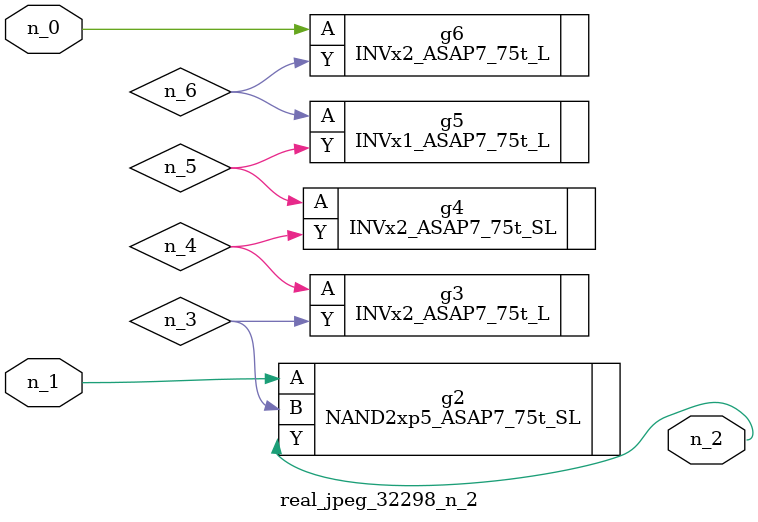
<source format=v>
module real_jpeg_32298_n_2 (n_1, n_0, n_2);

input n_1;
input n_0;

output n_2;

wire n_5;
wire n_4;
wire n_6;
wire n_3;

INVx2_ASAP7_75t_L g6 ( 
.A(n_0),
.Y(n_6)
);

NAND2xp5_ASAP7_75t_SL g2 ( 
.A(n_1),
.B(n_3),
.Y(n_2)
);

INVx2_ASAP7_75t_L g3 ( 
.A(n_4),
.Y(n_3)
);

INVx2_ASAP7_75t_SL g4 ( 
.A(n_5),
.Y(n_4)
);

INVx1_ASAP7_75t_L g5 ( 
.A(n_6),
.Y(n_5)
);


endmodule
</source>
